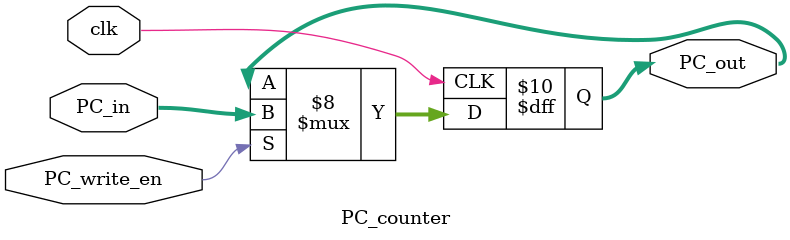
<source format=v>
module LAB5_121220307_mul_cpu
(
		input clk,   // the clock
		output PC_write_cond, // the condition that we need to control the PC write
		output PC_write,  // control whether to write in PC
		output Iord,     // IR selector control 
		output [1:0] MemtoReg, 
		output [31:0] Mem_addr_in,
		output [3:0] Mem_byte_write, // control whether to write in memory
		output RegDt0, 
		output IR_write,
		output [1:0] RegDst,
		output [2:0] Condition,
		output ALUSrcA,    // the selector control of ALU output of A
		output [2:0] ALUSrcB, // the selector control of ALU output of B
		output [3:0] ALU_op,  // ALU option control
		output Ex_top,
		output [1:0] Shift_op,  // the shift option 
		output Shift_amountSrc, // shift selector
		output [1:0] PC_source,  // PC selector
		output ALUShift_sel,   // ALU output selector
		output AddrReg_write_en,   
		output [3:0] Rd_write_byte_en,
		output [31:0] busA,
		output [31:0] busB,
		output [31:0] PC_out,
		output [31:0] ALU_out,
		output [31:0] AddrReg_out,
		output Overflow,
		output Less,
		output Zero,
		output [3:0] state,
		output [31:0] IR,
		output [31:0] ALUShift_out,
		output [31:0] Shift_out,
		output [4:0] Rs,Rd,Rt,
		output [31:0] A,B,
		output [31:0] Rt_out_shift,
		output [31:0] Rd_in
);
wire [4:0] Shift_amount;
wire [31:0] Ex_offset;
wire [31:0] Mem_data_shift,Mem_data_out;
wire [31:0] PC_in;
wire PC_write_en;
wire sel_out;

// PC control signal 
assign PC_write_en=PC_write|(PC_write_cond&sel_out);
// PC counter module 
PC_counter PC_counter_1(clk,PC_in,PC_write_en,PC_out);

// selector of Mem_addr_in
sel_32 sel_32_3(AddrReg_out,PC_out,Iord,Mem_addr_in);

// memory register 
Mem_reg Mem_reg_1(clk,Mem_addr_in,Rt_out_shift,Mem_byte_write,Mem_data_out);

// instruction register 
IR_reg IR_reg_1(clk,Mem_data_out,IR_write,IR);

// the control signal module of multipal cpu 
Cpu_control Cpu_1(clk,Overflow,IR,PC_write_cond,PC_write,Iord,MemtoReg,Mem_addr_in[1:0],
						Mem_byte_write,RegDt0,IR_write,RegDst,Condition,ALUSrcA,ALUSrcB,ALU_op,
						Ex_top,Shift_op,Shift_amountSrc,PC_source,ALUShift_sel,AddrReg_write_en,
						Rd_write_byte_en,state);
assign Rs=IR[25:21];

// selector of Rt address 
sel_5 sel_5_1(5'b00000,IR[20:16],RegDt0,Rt);

// selector of Rd address 
sel_5_4 sel_5_4_1(5'b00000,5'b11111,IR[15:11],IR[20:16],RegDst,Rd);

// extension of the 
Extend16_32 Ext_1(IR[15:0],Ex_top,Ex_offset);

// the group of registers 
registers_32 reg_32(Rs,Rt,Rd,Rd_in,Rd_write_byte_en,~clk,A,B);

// selector of busA
sel_32 sel_32_1(A, PC_out, ALUSrcA, busA);

// selector of busB 
sel_32_5 sel_32_5_1({IR[15:0],16'h0000},{Ex_offset[29:0],2'b00},Ex_offset,32'h00000004,B,ALUSrcB,busB);

// ALU calculation module 
ALU ALU_1(busA,busB,ALU_op,ALU_out,Zero,Less,Overflow);

// selector of Shift_amount
sel_5 sel_5_2(A[4:0],IR[10:6],Shift_amountSrc,Shift_amount);

// barrel shifter 
shift_reg shift_reg_1(B,Shift_amount,Shift_op,Shift_out);

// selector of ALUShift_out 
sel_32 sel_32_2(Shift_out,ALU_out,ALUShift_sel,ALUShift_out);

// selector of Rd_in 
sel_32_4 sel_32_4_1(32'h00000000,ALU_out,Mem_data_shift,AddrReg_out,MemtoReg,Rd_in);

// selector of sel_out 
sel_1_8 sel_1_8_1(1'b1,Less,Less|Zero,~(Less|Zero),~Less,~Zero,Zero,0,Condition,sel_out);

// address register 
addr_reg addr_reg_1(clk,ALUShift_out,AddrReg_write_en,AddrReg_out);

// selector of PC_in 
sel_32_4 sel_32_4_2(A,{PC_out[31:28],IR[25:0],2'b00},AddrReg_out,ALUShift_out,PC_source,PC_in);

// memory output shifter 
mem_shift mem_shift_1(Mem_addr_in[1:0],Mem_data_out,IR[31:26],Mem_data_shift);

// register output shifter 
reg_shift reg_shift_1(Mem_addr_in[1:0],B,IR[31:26],Rt_out_shift); 
endmodule

module Cpu_control
(
	input clk,
	input Overflow,
	input [31:0] IR,
	output reg PC_write_cond,
	output reg PC_write,
	output reg IorD,
	output reg [1:0] MemtoReg,
	input [1:0] Mem_adder_in,	
	output reg [3:0] Mem_byte_write,
	output reg RegDt0,
	output reg IR_write,
	output reg [1:0] RegDst,
	output reg [2:0] Condition,
	output reg ALUSrcA,
	output reg [2:0] ALUSrcB,
	output reg [3:0] ALU_op,
	output reg Ex_top,
	output reg [1:0] Shift_op,
	output reg Shift_amountSrc,
	output reg [1:0] PC_source,
	output reg ALUShift_sel,
	output reg AddrReg_write_en, 
	output reg [3:0] Rd_write_byte_en,
	output reg [3:0] state
);
initial 
begin 
	state<=4'h0;
end 
// Declare states
parameter [3:0] PCM = 4'h0, IFetch = 4'h1, RFetch_ID = 4'h2, MemAdr = 4'h3, lwFinish = 4'h4, SwFinish = 4'h5, 
			 Rexec = 4'h6, RFinish = 4'h7, Iexec = 4'h8 , Brexec = 4'h9, BrFinish = 4'ha, JumpFinish = 4'hb;
    
	 
// Determine the next state
always @ (posedge clk) 
begin
		case (state)
			PCM:
				state <= IFetch;
			IFetch:
				state <= RFetch_ID;
			RFetch_ID:
				begin
					case (IR[31:26])
						6'b000001: state<=Brexec;
						6'b000010: state<=JumpFinish;
						6'b100010,6'b100011: state<=MemAdr;
						6'b101110,6'b101011: state<=SwFinish;
						6'b000000,6'b011100,6'b011111: state<=Rexec;
						default: state<=Iexec;
					endcase
				end 
			MemAdr:
				state <= lwFinish;
			lwFinish:
				state <= PCM;
			SwFinish:
				state <= PCM;
			Rexec:
				state <= RFinish;
			RFinish:
				state <= PCM;
			Iexec:
				state <= PCM;
			Brexec:
				state <= BrFinish;
			BrFinish:
				state <= PCM;
			JumpFinish:
				state <= PCM;
			default:
				state <= PCM;
		endcase
end
// Output depends only on the state
always @ (*)
begin
		PC_write_cond=0;
		PC_write=0;
		IorD=0;
		MemtoReg=2'b00;	
		Mem_byte_write=4'b0000;
		RegDt0=0;
		IR_write=0;
		RegDst=2'b00;
		Condition=3'b000;
		ALUSrcA=0;
		ALUSrcB=3'b000;
		ALU_op=4'b0000;
		Ex_top=0;
		Shift_op=2'b00;
		Shift_amountSrc=0;
	 	PC_source=2'b01;
		ALUShift_sel=0;
		AddrReg_write_en=0;
		Rd_write_byte_en=4'b0000;
		case (state)
			PCM:
			begin
				IorD = 0;
				Mem_byte_write = 4'b0000;
			end
			IFetch:
			begin
				ALUSrcA = 0; 
				IR_write=1;
				AddrReg_write_en=0;
				ALUSrcB = 3'b001;
				ALU_op = 4'b0000;
				ALUShift_sel = 0;
				PC_source=2'b00;
				PC_write=1;
			end
			RFetch_ID:
			begin
				ALUSrcA=1;
				ALUShift_sel=0;
				AddrReg_write_en=1;
				case(IR[31:26])
					6'b001000:   //   addi 
						begin
							ALU_op=4'b1110;
							ALUSrcB=3'b010;
							Ex_top=1;
						end
					6'b001001:   //  addiu 
						begin
							ALU_op=4'b0000;
							ALUSrcB=3'b010;
							Ex_top=1;   // modified
						end
					6'b001111:   //  LUI 
						begin
							ALU_op=4'b0000;
							ALUSrcB=3'b100;
							Ex_top=0; //  modified
						end
					6'b001110:   //  XORI 
						begin
							ALU_op=4'b1001;   //modified 0110;
							ALUSrcB=3'b010;
							Ex_top=0;
						end
					6'b001010:   //  STLI  
						begin
							ALU_op=4'b0101;
							ALUSrcB=3'b010;
							Ex_top=1;
						end
					6'b101110,6'b101011:   // sw, swr 
						begin
							Ex_top=1;
							ALUSrcB=3'b010;
							ALU_op=4'b0000;
						end 
					default: Ex_top=0;
				endcase
			end
			MemAdr:
			begin
				ALUSrcA = 1;
				ALUSrcB = 3'b010;
				Ex_top = 1;
				ALU_op=4'b0000;
				ALUShift_sel=0;
				AddrReg_write_en=1;
			end
			lwFinish:
			begin
				IorD=1;
				MemtoReg=2'b01;
				if(IR[31:26]==6'b100010)
				begin
				if(Mem_adder_in==2'b00) Rd_write_byte_en=4'b1111;
				else if(Mem_adder_in==2'b01) Rd_write_byte_en=4'b1110;
				else if(Mem_adder_in==2'b10) Rd_write_byte_en=4'b1100;
				else Rd_write_byte_en=4'b1000;
				end
				else if(IR[31:26]==6'b100011)
				begin
				Rd_write_byte_en=4'b1111;
				end
				RegDst=2'b00;
			end
			SwFinish:
			begin
				RegDt0=0;
				Ex_top=1;
				ALUSrcA=1;
				ALUSrcB=3'b010;
				ALUShift_sel=0;
				AddrReg_write_en=1;
				ALU_op=4'b0000;
				IorD=1;
				if(IR[31:26]==6'b101110)
				begin
				if(Mem_adder_in==2'b00)Mem_byte_write=4'b1000;
				else if(Mem_adder_in==2'b01)Mem_byte_write=4'b1100;
				else if(Mem_adder_in==2'b10)Mem_byte_write=4'b1110;
				else Mem_byte_write=4'b1111;
				end
				else if(IR[31:26]==6'b101011)
				begin
				Mem_byte_write=4'b1111;
				end
			end
			Rexec:
			begin
				case(IR[31:26])
					6'b000000:
					begin
						case(IR[5:0])
						6'b100000:   // add 
							begin
								ALU_op=4'b1110;
								ALUShift_sel=0;
							end
						6'b100010:   // sub 
							begin
								ALU_op=4'b1111;
								ALUShift_sel=0;
							end
						6'b100011:   // subu
							begin
								ALU_op=4'b0001;
								ALUShift_sel=0;
							end
						6'b101011:   // sltu 
							begin
								ALU_op=4'b0111;
								ALUShift_sel=0;
							end
						6'b100111:     // nor
							begin
								ALU_op=4'b1000;
								ALUShift_sel=0;
							end 
						6'b000111:   // srav 
							begin
								ALUShift_sel=1;
								Shift_amountSrc=1;
								Shift_op=2'b10;
							end
						6'b000010:   //  srl
							begin
								ALUShift_sel=1;
								Shift_amountSrc=0;
								Shift_op=2'b11;
							end
						endcase
					end
					6'b011111:     // seb
						begin
							ALU_op=4'b1010;
							ALUShift_sel=0;
						end
					6'b011100:
					begin				
						case(IR[5:0])
							6'b100001:   //clo
								begin
									ALU_op=4'b0011;
									ALUShift_sel=0;
								end
							6'b100000:  //clz
								begin
									ALU_op=4'b0010;
									ALUShift_sel=0;
								end
						endcase
					end
				endcase
				ALUSrcA = 1;
				ALUSrcB = 3'b000;
				RegDt0=0;
				AddrReg_write_en=1;
			end
			RFinish:
			begin
				MemtoReg=2'b00;
				RegDst = 2'b01;
				if(Overflow==0)
				Rd_write_byte_en=4'b1111;
				else 
				Rd_write_byte_en=4'b0000;
			end
			Iexec:
			begin
				MemtoReg=2'b00;
				RegDst=2'b00;
				if(Overflow==0)
				Rd_write_byte_en=4'b1111;
				else 
				Rd_write_byte_en=4'b0000;
			end
			Brexec:
			begin
				ALUSrcA=0;
				ALUSrcB=3'b011;
				ALU_op=4'b0000;
				Ex_top=1;
				MemtoReg=2'b10;
				AddrReg_write_en=1;
				ALUShift_sel=0;
				RegDst=2'b10;
				Rd_write_byte_en=4'b1111;
			end
			BrFinish:
			begin
				Condition=3'b011;
				RegDt0=1;
				ALU_op=4'b0001;
				ALUSrcA=1;
				ALUSrcB=3'b000;
				PC_source=2'b01;
				PC_write=0;
				PC_write_cond=1;
			end
			JumpFinish:
			begin
				PC_source=2'b10;
				PC_write=1;
			end
			default:
			begin
				PC_write_cond=0;
				PC_write=0;
				IorD=0;
				MemtoReg=2'b00;	
				Mem_byte_write=4'b0000;
				RegDt0=0;
				IR_write=0;
				RegDst=2'b00;
				Condition=3'b000;
				ALUSrcA=0;
				ALUSrcB=3'b000;
				ALU_op=4'b0000;
				Ex_top=0;
				Shift_op=2'b00;
				Shift_amountSrc=0;
				PC_source=2'b01;
				ALUShift_sel=0;
				AddrReg_write_en=0;
				Rd_write_byte_en=4'b0000;
			end
		endcase
	end

endmodule


// register output shifter 
module reg_shift
(
		input [1:0] Mem_addr_in,  // the select option of sel_8_4
		input [31:0] Rt_out,      // the data input 
		input [31:26] IR,         // the select option of sel_8_8
		output [31:0] Rt_out_shift  // the output after shift
);

wire [2:0] Rt_out_shift_ctr;     // the shift controler 
assign Rt_out_shift_ctr[2]=IR[31]&~IR[30]&IR[29]&(~IR[28]&IR[27]||IR[27]&~IR[26]);
assign Rt_out_shift_ctr[1]=IR[31]&~IR[30]&IR[29]&(~IR[28]&~IR[27]&IR[26]||IR[28]&IR[27]&~IR[26]);
assign Rt_out_shift_ctr[0]=IR[31]&~IR[30]&IR[29]&(~IR[28]&IR[27]&~IR[26]);

wire [31:0] Rt_out_l,Rt_out_r;   // ultra variables 

// the selectors of Rt_out_l and Rt_out_r 
sel_8_4 sel_8_4_1(Rt_out[7:0],8'h00,8'h00,8'h00,Mem_addr_in,Rt_out_r[7:0]);
sel_8_4 sel_8_4_2(Rt_out[31:24],Rt_out[23:16],Rt_out[15:8],Rt_out[7:0],Mem_addr_in,Rt_out_l[7:0]);
sel_8_4 sel_8_4_3(Rt_out[15:8],Rt_out[7:0],8'h00,8'h00,Mem_addr_in,Rt_out_r[15:8]);
sel_8_4 sel_8_4_4(8'h00,Rt_out[31:24],Rt_out[23:16],Rt_out[15:8],Mem_addr_in,Rt_out_l[15:8]);
sel_8_4 sel_8_4_5(Rt_out[23:16],Rt_out[15:8],Rt_out[7:0],8'h00,Mem_addr_in,Rt_out_r[23:16]);
sel_8_4 sel_8_4_6(8'h00,8'h00,Rt_out[31:24],Rt_out[23:16],Mem_addr_in,Rt_out_l[23:16]);
sel_8_4 sel_8_4_7(Rt_out[31:24],Rt_out[23:16],Rt_out[15:8],Rt_out[7:0],Mem_addr_in,Rt_out_r[31:24]);
sel_8_4 sel_8_4_8(8'h00,8'h00,8'h00,Rt_out[31:24],Mem_addr_in,Rt_out_l[31:24]);

// the selectors of the Rt_out_shift 
sel_8_8 sel_8_8_1(8'h00,Rt_out_r[7:0],Rt_out_l[7:0],Rt_out_l[7:0],8'h00,Rt_out[7:0],8'h00,Rt_out[7:0],Rt_out_shift_ctr,Rt_out_shift[7:0]);
sel_8_8 sel_8_8_2(8'h00,Rt_out_r[15:8],Rt_out_l[15:8],Rt_out_l[15:8],8'h00,Rt_out[15:8],8'h00,Rt_out[7:0],Rt_out_shift_ctr,Rt_out_shift[15:8]);
sel_8_8 sel_8_8_3(8'h00,Rt_out_r[23:16],Rt_out_l[23:16],Rt_out_l[23:16],8'h00,Rt_out[7:0],8'h00,Rt_out[7:0],Rt_out_shift_ctr,Rt_out_shift[23:16]);
sel_8_8 sel_8_8_4(8'h00,Rt_out_r[31:24],Rt_out_l[31:24],Rt_out_l[31:24],8'h00,Rt_out[15:8],8'h00,Rt_out[7:0],Rt_out_shift_ctr,Rt_out_shift[31:24]);

endmodule


// memorty output shifter 
module mem_shift
(
		input [1:0] Mem_addr_in,   //the select option of sel_8_4
		input [31:0] Mem_data_out,  // the data input 
		input [31:26] IR,         // the select option of sel_8_8
		output [31:0] Mem_data_shift   // the output data after shift 
);

wire [2:0] Mem_data_shift_ctr;   // the shift controler 
assign Mem_data_shift_ctr[2]=IR[31]&~IR[30]&~IR[29]&(~IR[28]&IR[27]||IR[27]&~IR[26]);
assign Mem_data_shift_ctr[1]=IR[31]&~IR[30]&~IR[29]&(~IR[27]&IR[26]||IR[28]&IR[27]&~IR[26]);
assign Mem_data_shift_ctr[0]=IR[31]&~IR[30]&~IR[29]&(IR[28]&~IR[27]||~IR[28]&IR[27]&~IR[26]);

wire [31:0] Mem_d_l,Mem_d_r;
wire [7:0] Mem_31;

// the selectors of the Mem_d_l,Mem_d_r
sel_8_4 sel_8_4_9(Mem_data_out[7:0],Mem_data_out[15:8],Mem_data_out[23:16],Mem_data_out[31:24],Mem_addr_in,Mem_d_r[7:0]);
sel_8_4 sel_8_4_10(8'h00,8'h00,8'h00,Mem_data_out[7:0],Mem_addr_in,Mem_d_l[7:0]);
sel_8_4 sel_8_4_11(Mem_data_out[15:8],Mem_data_out[23:16],Mem_data_out[31:24],8'h00,Mem_addr_in,Mem_d_r[15:8]);
sel_8_4 sel_8_4_12(8'h00,8'h00,Mem_data_out[7:0],Mem_data_out[15:8],Mem_addr_in,Mem_d_l[15:8]);
sel_8_4 sel_8_4_13(Mem_data_out[23:16],Mem_data_out[31:24],8'h00,8'h00,Mem_addr_in,Mem_d_r[23:16]);
sel_8_4 sel_8_4_14(8'h00,Mem_data_out[7:0],Mem_data_out[15:8],Mem_data_out[23:16],Mem_addr_in,Mem_d_l[23:16]);
sel_8_4 sel_8_4_15(Mem_data_out[31:24],8'h00,8'h00,8'h00,Mem_addr_in,Mem_d_r[31:24]);
sel_8_4 sel_8_4_16(Mem_data_out[7:0],Mem_data_out[15:8],Mem_data_out[23:16],Mem_data_out[31:24],Mem_addr_in,Mem_d_l[31:24]);
assign Mem_31=(Mem_d_l[31])?8'hff:8'h00;

// the selectors of the Mem_data_shift
sel_8_8 sel_8_8_5(8'h00,Mem_d_r[7:0],Mem_d_l[7:0],Mem_d_l[7:0],Mem_d_l[23:16],Mem_d_l[23:16],Mem_d_l[31:24],Mem_d_l[31:24],Mem_data_shift_ctr,Mem_data_shift[7:0]);
sel_8_8 sel_8_8_6(8'h00,Mem_d_r[15:8],Mem_d_l[15:8],Mem_d_l[15:8],Mem_d_l[31:24],Mem_d_l[31:24],8'h00,Mem_31,Mem_data_shift_ctr,Mem_data_shift[15:8]);
sel_8_8 sel_8_8_7(8'h00,Mem_d_r[23:16],Mem_d_l[23:16],Mem_d_l[23:16],8'h00,Mem_31,8'h00,Mem_31,Mem_data_shift_ctr,Mem_data_shift[23:16]);
sel_8_8 sel_8_8_8(8'h00,Mem_d_r[31:24],Mem_d_l[31:24],Mem_d_l[31:24],8'h00,Mem_31,8'h00,Mem_31,Mem_data_shift_ctr,Mem_data_shift[31:24]);

endmodule
//select module 

module sel_8_4  // 8 bits 4 choose 1
(
	input [7:0] data3,  
	input [7:0] data2,
	input [7:0] data1,
	input [7:0] data0,
	input [1:0] Op,
	output reg [7:0] result
);

always @ (*)
begin
	case (Op)
		2'b11: result=data3;
		2'b10: result=data2;
		2'b01: result=data1;
		2'b00: result=data0;
	endcase 
end
endmodule


module sel_8_8  // 8 bit 8 choose 1
(
	input [7:0] c7,
	input [7:0] c6,
	input [7:0] c5,
	input [7:0] c4,
	input [7:0] c3,
	input [7:0] c2,
	input [7:0] c1,
	input [7:0] c0,
	input [2:0] Condition,
	output reg [7:0] Op
);
always @(*)
begin
	case (Condition[2:0])
		3'b000: Op=c0;
		3'b001: Op=c1;
		3'b010: Op=c2;
		3'b011: Op=c3;
		3'b100: Op=c4;
		3'b101: Op=c5;
		3'b110: Op=c6;
		3'b111: Op=c7;
	endcase 
end

endmodule

module sel_5   // five bits 2 choose 1
(
	input [4:0] A,
	input [4:0] B,
	input Op,
	output reg [4:0] result
);
always @ (A or B or Op)
	if (Op) result=A;
	else result=B;
endmodule 

module sel_5_4  // 5 bits 4 choose 1
(
	input [4:0] data3,
	input [4:0] data2,
	input [4:0] data1,
	input [4:0] data0,
	input [1:0] Op,
	output reg [4:0] result
);

always @ (*)
begin
	case (Op)
		2'b11: result=data3;
		2'b10: result=data2;
		2'b01: result=data1;
		2'b00: result=data0;
	endcase 
end
endmodule

module sel_32  // 32 bits 2 choose 1
(
	input [31:0] A,
	input [31:0] B,
	input Op,
	output reg [31:0] result
);
always @ (Op or A or B)
	if (Op) result=A;
	else result=B;
endmodule

module sel_32_4  // 32 bits 4 choose 1
(
	input [31:0] data3,
	input [31:0] data2,
	input [31:0] data1,
	input [31:0] data0,
	input [1:0] Op,
	output reg [31:0] result
);

always @ (*)
begin
	case (Op)
		2'b11: result=data3;
		2'b10: result=data2;
		2'b01: result=data1;
		2'b00: result=data0;
	endcase 
end
endmodule

module sel_32_5  // 32 bits 5 choose 1
(
	input [31:0] data4,
	input [31:0] data3,
	input [31:0] data2,
	input [31:0] data1,
	input [31:0] data0,
	input [2:0] Op,
	output reg [31:0] result
);

always @ (*)
begin
	case (Op)
		3'b100: result=data4;
		3'b011: result=data3;
		3'b010: result=data2;
		3'b001: result=data1;
		3'b000: result=data0;
		default: result=32'h0;
	endcase 
end
endmodule

module sel_1_8  // 1 bit 8 choose 1
(
	input c7,
	input c6,
	input c5,
	input c4,
	input c3,
	input c2,
	input c1,
	input c0,
	input [2:0] Condition,
	output reg Op
);
always @(*)
begin
	case (Condition[2:0])
		3'b000: Op=c0;
		3'b001: Op=c1;
		3'b010: Op=c2;
		3'b011: Op=c3;
		3'b100: Op=c4;
		3'b101: Op=c5;
		3'b110: Op=c6;
		3'b111: Op=c7;
	endcase 
end
endmodule

//Extend 16bits to 32bits
module Extend16_32
(
	input [15:0] cin,  // the 16 bits data that we want to extend
	input Op,          
	output reg [31:0] result  // the 32bits data after we extend
);
always @ (*)
	if (Op&&cin[15]) result=32'hffff0000|cin;
	else result=32'h0000ffff&cin;
endmodule

// the group of registers 
module registers_32
#(parameter data_width=32,parameter addr_width=5)
(
    input [addr_width-1:0] rs_addr,rt_addr,rd_addr,  //the addresses of write and read
    input [data_width-1:0] rd_in,  //32 bits data that need to be input
    input [3:0] Rd_byte_w_en,  //write enable
    input clk,  //the clock
    output [data_width-1:0] rs_out,rt_out  //32 bits data to be output
);

reg [data_width-1:0] register[2**addr_width-1:0];  // the register group

integer i;
initial
begin
		for(i=0;i<32;i=i+1)
			register[i]=i;
		register[1] = 32'b11111010101011000000101100110101;
		register[2] = 32'b00000001010101010010001111010111;
		register[3] = 32'b01110010101001000010101100100101;
		register[4] = 32'b01001001010100010001001101010111; 
		register[31]=32'h7FFFFFFF;
		register[30]=32'h80000000;
		register[29]=32'h7FFFFFF0;
end
always @ (posedge clk)
begin
	 register[0]=32'b0;
    if (rd_addr!=0)
    begin
        if (Rd_byte_w_en[0]==1) register[rd_addr][7:0]<=rd_in[7:0]; //write in lower 8 bits
        if (Rd_byte_w_en[1]==1) register[rd_addr][15:8]<=rd_in[15:8]; //write in mid lower 8 bits
        if (Rd_byte_w_en[2]==1) register[rd_addr][23:16]<=rd_in[23:16]; //write in mid higher 8 bits
        if (Rd_byte_w_en[3]==1) register[rd_addr][31:24]<=rd_in[31:24]; //write in higher 8 bits
    end
end

assign   rs_out=register[rs_addr];  //read from rs_addr
assign   rt_out=register[rt_addr];  //read from rt_addr 
endmodule

// the shift bits registers 
module shift_reg
(
	input [31:0] Shift_in, // the input data that we want to shif_in
	input [4:0] Shift_amount, // the amount that we want to shift the data
	input [1:0] Shift_op,   // choose which style that we want to shift
	output reg [31:0] Shift_out // the data that after we shift
);
integer i;
always @ (*)
begin
	case (Shift_op)
		2'b00:
				begin
					Shift_out=Shift_in<<Shift_amount;  //logic left shift
				end
		2'b01:
				begin
					Shift_out=Shift_in>>Shift_amount;  // logic right shift
				end
		2'b10:
				begin
					for (i=31; i>=0; i=i-1)
					begin
						if (i>31-Shift_amount)
							Shift_out[i]=Shift_in[31];
						else
							Shift_out[i]=Shift_in[i+Shift_amount];  // algebra right shift
					end
				end
		2'b11:
				begin
					for (i=31; i>=0; i=i-1)
					begin
						if (i>31-Shift_amount)
							Shift_out[i]=Shift_in[i-32+Shift_amount];
						else
							Shift_out[i]=Shift_in[i+Shift_amount];  // circle right shift 
					end
				end
	endcase
end
endmodule 


//ALU module 
module ALU
(
	input [31:0] A, // the operate data A
	input [31:0] B, // the operate data B
	input [3:0] ALU_op, // the control logic
	output reg [31:0] ALU_out, // the final data to output accoring the operation
	output reg Zero,  // the flag zero
	output reg Less,  // the flag Less
	output reg Overflow // the flag overflow 
);
reg [2:0] ALU_ctr;
reg [31:0] register,tempA,tempB;
reg Carry,Negative;
integer i,j;
reg k;
always @ (*)
begin
	ALU_ctr[2]=((~ALU_op[3])&(~ALU_op[1]))|((~ALU_op[3])&(ALU_op[2])&(ALU_op[0]))|((ALU_op[3])&(ALU_op[1]));
	ALU_ctr[1]=((~ALU_op[3])&(~ALU_op[2])&(~ALU_op[1]))|((ALU_op[3])&(~ALU_op[2])&(~ALU_op[0]))|((ALU_op[2])&(ALU_op[1])&(~ALU_op[0]))|((ALU_op[3])&(ALU_op[1]));
	ALU_ctr[0]=((~ALU_op[2])&(~ALU_op[1]))|((~ALU_op[3])&(ALU_op[2])&(ALU_op[0]))|((ALU_op[3])&(ALU_op[2])&(ALU_op[1]));
	// calculate the control numbers
	tempA=A; tempB=B; // 
	if (ALU_op[0]) tempB=~tempB;   // if it is the sub operation, we need to reverse
	{Carry,register}=tempA+tempB+ALU_op[0];  // to calculate the ALU_out
	Zero=(register==32'h00000000)?1'b1:1'b0;  // to judge if it is zero 
	Negative=(register[31])?1'b1:1'b0;   // to calculate whether the output is negative
	Overflow=((~tempA[31])&(~tempB[31])&register[31])|(tempA[31]&tempB[31]&(~register[31]));  // calculate the overflow
	Less=(ALU_op==4'b0111)?(~Carry):(Overflow^Negative);   //calculate whether it is less or more
	case (ALU_ctr)
		3'b000: // calculate the leading zero or the leading 1's
			begin
				if (ALU_op[0])
					tempA=~tempA;
				j=0; k=0;
				for (i=31; i>=0; i=i-1)
				begin
					if (tempA[i]==0&&k==0)
					begin 
						j=j+1;
					end 
					else k=1;
				end
				ALU_out=j;
			end
		3'b001:  // operation xor
			begin
				ALU_out=A^B;
			end
		3'b010:   // operation or 
			begin
				ALU_out=A|B;
			end
		3'b011:  // operation not or 
			begin
				ALU_out=~(A|B);
			end
		3'b100:  // operation and 
			begin
				ALU_out=A&B;
			end
		3'b101: // operation slt or sltu
			begin
				ALU_out=(Less)?32'h00000001:32'h00000000;
			end
		3'b110:  // operation seb or seh
			begin
				if (ALU_op[0])
				begin
					if (B[15])
					ALU_out={16'hffff,B[15:0]};
					else
					ALU_out={16'h0000,B[15:0]};
				end
				else
				begin
					if (B[7])
					ALU_out={24'hffffff,B[7:0]};
					else
					ALU_out={24'h000000,B[7:0]};
				end
			end
		3'b111:  // operation on add or sub
			begin
				ALU_out=register;
				Overflow=(ALU_op[1]&ALU_op[2]&ALU_op[3])?Overflow:1'b0;
			end 
	endcase
end 
endmodule

module Mem_reg
(
		input clk,      // the clock 
		input [31:0] Mem_addr,   // memory write address 
		input [31:0] Mem_data_in,   // memory write data
		input [3:0] Mem_byte_w_en,   // memory write control signal of each byte
		output [31:0] Mem_data_out      // read from memory 
);

reg [7:0] mem[127:0];
reg [31:0] temp;

initial begin
	$readmemb("testcode", mem);
end
initial 
begin
		{mem[3],mem[2],mem[1],mem[0]} = 32'b00000000001000100010100000100000;       //add       R5 = R1+R2
		{mem[7],mem[6],mem[5],mem[4]} = 32'b00000000100000110011000000100000;       //add       R6 = R4+R3
		{mem[11],mem[10],mem[9],mem[8]} = 32'b00100000101001110110011100101010;     //addi      R7 = R5+16'b0110011100101010;
		{mem[15],mem[14],mem[13],mem[12]} = 32'b00100100111010000111001010110011;   //addiu     R8 = R7+16'b0111001010110011;
		{mem[19],mem[18],mem[17],mem[16]} = 32'b00000001000000100100100000100010;   //sub       R9 = R8-R2
		{mem[23],mem[22],mem[21],mem[20]} = 32'b00000001001000010101000000100010;   //sub       R10 = R9-R1
		{mem[27],mem[26],mem[25],mem[24]} = 32'b00000001001010100101100000100011;   //subu      R11 = R9-R10
		{mem[31],mem[30],mem[29],mem[28]} = 32'b01111100000010110110010000100000;   //seb       R12 = (R11[7:0]kuozhan)
		{mem[35],mem[34],mem[33],mem[32]} = 32'b00111100000011010111100011001011;   //lui       R13 = 16'b0111100011001011||16'h0000;
		{mem[39],mem[38],mem[37],mem[36]} = 32'b00111001100011101101010101011101;   //xori      R14 = R12^1101010101011101
		{mem[43],mem[42],mem[41],mem[40]} = 32'b01110001101000000111100000100000;   //clz       R15 = clz R13
		{mem[47],mem[46],mem[45],mem[44]} = 32'b01110001110000001000000000100001;   //clo       R16 = clo R14
		{mem[51],mem[50],mem[49],mem[48]} = 32'b00000001111000101000100000000111;   //srav      R17 = r2 >> r15;
		{mem[55],mem[54],mem[53],mem[52]} = 32'b00000000001000011001001010000010;   //rotr      R18 = R1[sa-1:0]||R1[31:sa]
		{mem[59],mem[58],mem[57],mem[56]} = 32'b00000000001000101001100000101011;   //sltu      R19 = R1<R2
		{mem[63],mem[62],mem[61],mem[60]} = 32'b00101000001101000111111111111111;   //slti      R20 = R1<16'b0111111111111111
		{mem[67],mem[66],mem[65],mem[64]} = 32'b00001000000000000000000000010010;   //j   18
		{mem[71],mem[70],mem[69],mem[68]} = 32'b00000000001000100001100000100000;   //add       R3 = R1+R2
		{mem[75],mem[74],mem[73],mem[72]} = 32'b00000100000100010000000000000000;   //bgezal    if R17>0 then PC=PC+16'b00000000000000100
		{mem[79],mem[78],mem[77],mem[76]} = 32'b00000000101111110010100000100111;   //nor		 r5=~(r5|r31)
		{mem[83],mem[82],mem[81],mem[80]} = 32'b00101000001101000111111111111111;   //slti      R20 = R1<16'b0111111111111111
		{mem[87],mem[86],mem[85],mem[84]} = 32'b10001000000110000000000001111010; 	 //lwl 		 r24, 122(r0); 	r24=0x05040018;
		{mem[91],mem[90],mem[89],mem[88]} = 32'b00000000000110001100000000100000;   //add       R24 = R0+R24
		{mem[95],mem[94],mem[93],mem[92]} = 32'b10111000000000010000000001111001;	 //swr 		 r1, 121(r0); 		r1=32’hfaac0b35;
		{mem[99],mem[98],mem[97],mem[96]} = 32'b10001100000111000000000001111000;	 //lw 		 r28, 120(r0); 	r28=32’h0b350302;
		{mem[103],mem[102],mem[101],mem[100]} = 32'b00000000000111001110000000100000;   //add   R28 = R0+R28
		{mem[107],mem[106],mem[105],mem[104]} = 32'b10101100000000010000000001111000;	  //sw    r1, 120(r0); 		m[120]=32’hfaac0b35;
		{mem[111],mem[110],mem[109],mem[108]} = 32'b10001100000111010000000001111000;	  //lw    r29, 120(r0); 	r29=32’hfaac0b35;
		{mem[115],mem[114],mem[113],mem[112]} = 32'b00000000000111011110100000100000;   //add   R29 = R0+R29
		{mem[119],mem[118],mem[117],mem[116]} = 32'b00001000000000000000000000000010;   //j 2, the 8th instruction;
		{mem[123],mem[122],mem[121],mem[120]} = 32'b00000101000001000000001100000010;// m[123,122,121,120]=[5,4,3,2];
		{mem[127],mem[126],mem[125],mem[124]} = 32'b00000101000001000000001100000010;// m[123,122,121,120]=[5,4,3,2];
end 
always @ (posedge clk)
begin
		temp={Mem_addr[31:2],2'b00};
		if (Mem_byte_w_en[0]==1) mem[temp]<=Mem_data_in[7:0]; //write in lower 8 bits
      if (Mem_byte_w_en[1]==1) mem[temp+1]<=Mem_data_in[15:8]; //write in mid lower 8 bits
      if (Mem_byte_w_en[2]==1) mem[temp+2]<=Mem_data_in[23:16]; //write in mid higher 8 bits
      if (Mem_byte_w_en[3]==1) mem[temp+3]<=Mem_data_in[31:24]; //write in higher 8 bits
end 
assign Mem_data_out={mem[Mem_addr+3],mem[Mem_addr+2],mem[Mem_addr+1],mem[Mem_addr]};
endmodule 

module addr_reg
(
		input clk,   // the clock 
		input [31:0] AddrReg_in,   // the input data
		input AddrReg_write_en,   // the controler
		output reg [31:0] AddrReg_out    // the output 
);

initial
AddrReg_out=32'h00000000;
always @ (posedge clk)
if (AddrReg_write_en)
	AddrReg_out=AddrReg_in;
endmodule

module IR_reg
(
		input clk,  // the clock
		input [31:0] IR_in, // the input instruction
		input IR_write_en,   // the controler
		output reg [31:0] IR    // the instruction that we want 
);
initial 
IR=32'h00000000;
always @ (posedge clk)
if (IR_write_en)
	IR=IR_in;
endmodule 

module PC_counter
(
		input clk,  // the clock 
		input [31:0] PC_in, // the input PC
		input PC_write_en,   // the control signal 
		output reg [31:0] PC_out    // the output PC
);
initial
PC_out=32'h00000000;
always @ (posedge clk)
if (PC_write_en)
	PC_out=PC_in;
endmodule

</source>
